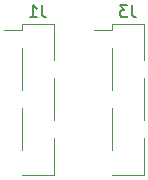
<source format=gbo>
G04 #@! TF.FileFunction,Legend,Bot*
%FSLAX46Y46*%
G04 Gerber Fmt 4.6, Leading zero omitted, Abs format (unit mm)*
G04 Created by KiCad (PCBNEW 4.0.7-e2-6376~58~ubuntu16.04.1) date Sat Jan 13 09:41:31 2018*
%MOMM*%
%LPD*%
G01*
G04 APERTURE LIST*
%ADD10C,0.100000*%
%ADD11C,0.120000*%
%ADD12C,0.150000*%
G04 APERTURE END LIST*
D10*
D11*
X113602000Y-96206000D02*
X110942000Y-96206000D01*
X113602000Y-109026000D02*
X110942000Y-109026000D01*
X110942000Y-98296000D02*
X110942000Y-101856000D01*
X110942000Y-103376000D02*
X110942000Y-106936000D01*
X113602000Y-96206000D02*
X113602000Y-99316000D01*
X110942000Y-96776000D02*
X109422000Y-96776000D01*
X110942000Y-96206000D02*
X110942000Y-96776000D01*
X113602000Y-108456000D02*
X113602000Y-109026000D01*
X113602000Y-100836000D02*
X113602000Y-104396000D01*
X113602000Y-105916000D02*
X113602000Y-109026000D01*
X121222000Y-96206000D02*
X118562000Y-96206000D01*
X121222000Y-109026000D02*
X118562000Y-109026000D01*
X118562000Y-98296000D02*
X118562000Y-101856000D01*
X118562000Y-103376000D02*
X118562000Y-106936000D01*
X121222000Y-96206000D02*
X121222000Y-99316000D01*
X118562000Y-96776000D02*
X117042000Y-96776000D01*
X118562000Y-96206000D02*
X118562000Y-96776000D01*
X121222000Y-108456000D02*
X121222000Y-109026000D01*
X121222000Y-100836000D02*
X121222000Y-104396000D01*
X121222000Y-105916000D02*
X121222000Y-109026000D01*
D12*
X112605333Y-94658381D02*
X112605333Y-95372667D01*
X112652953Y-95515524D01*
X112748191Y-95610762D01*
X112891048Y-95658381D01*
X112986286Y-95658381D01*
X111605333Y-95658381D02*
X112176762Y-95658381D01*
X111891048Y-95658381D02*
X111891048Y-94658381D01*
X111986286Y-94801238D01*
X112081524Y-94896476D01*
X112176762Y-94944095D01*
X120225333Y-94658381D02*
X120225333Y-95372667D01*
X120272953Y-95515524D01*
X120368191Y-95610762D01*
X120511048Y-95658381D01*
X120606286Y-95658381D01*
X119844381Y-94658381D02*
X119225333Y-94658381D01*
X119558667Y-95039333D01*
X119415809Y-95039333D01*
X119320571Y-95086952D01*
X119272952Y-95134571D01*
X119225333Y-95229810D01*
X119225333Y-95467905D01*
X119272952Y-95563143D01*
X119320571Y-95610762D01*
X119415809Y-95658381D01*
X119701524Y-95658381D01*
X119796762Y-95610762D01*
X119844381Y-95563143D01*
M02*

</source>
